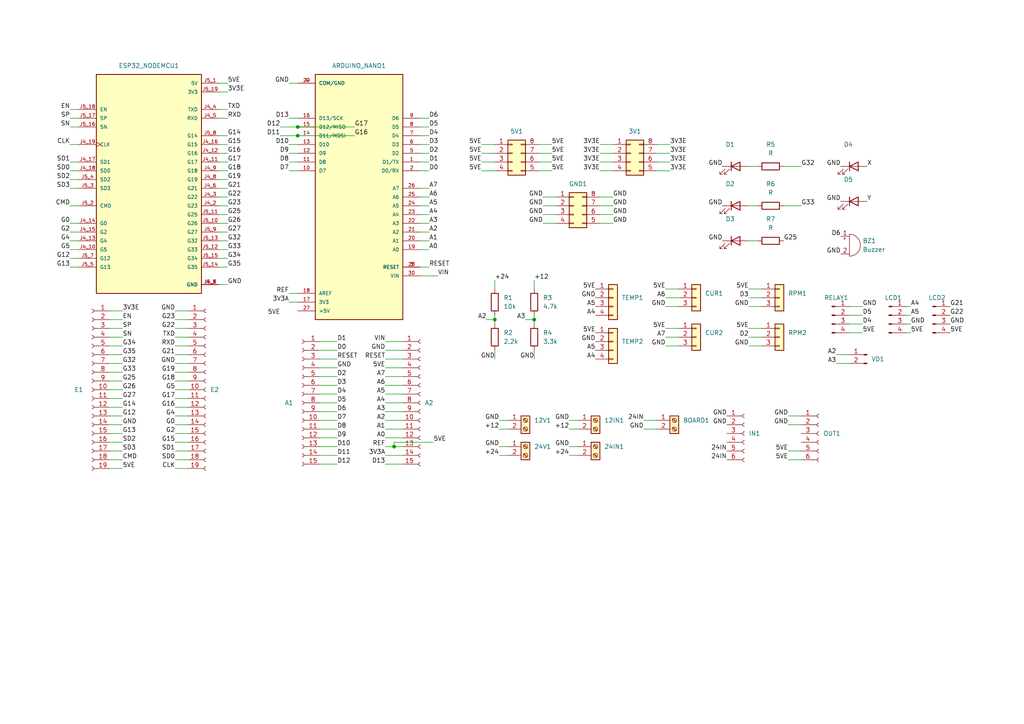
<source format=kicad_sch>
(kicad_sch (version 20211123) (generator eeschema)
  (paper "A4")
  (lib_symbols
    (symbol "ARDUINO_NANO:ARDUINO_NANO" (pin_names (offset 1.016))
      (property "Reference" "TB" (at -12.7 35.56 0))
      (property "Value" "ARDUINO_NANO" (at -12.7 -38.1 0))
      (symbol "ARDUINO_NANO_0_0"
        (pin bidirectional line (at -17.78 -10.16 0) (length 5.08) (name "D1/TX") (number "1"))
        (pin bidirectional line (at 17.78 -7.62 180) (length 5.08) (name "D7") (number "10"))
        (pin bidirectional line (at 17.78 -10.16 180) (length 5.08) (name "D8") (number "11"))
        (pin bidirectional line (at 17.78 -12.7 180) (length 5.08) (name "D9") (number "12"))
        (pin bidirectional line (at 17.78 -15.24 180) (length 5.08) (name "D10") (number "13"))
        (pin bidirectional line (at 17.78 -17.78 180) (length 5.08) (name "D11/MOSI") (number "14"))
        (pin bidirectional line (at 17.78 -20.32 180) (length 5.08) (name "D12/MISO") (number "15"))
        (pin bidirectional line (at 17.78 -22.86 180) (length 5.08) (name "D13/SCK") (number "16"))
        (pin power_in line (at 17.78 30.48 180) (length 5.08) (name "3V3") (number "17"))
        (pin power_in line (at 17.78 27.94 180) (length 5.08) (name "AREF") (number "18"))
        (pin input line (at -17.78 15.24 0) (length 5.08) (name "A0") (number "19"))
        (pin bidirectional line (at -17.78 -7.62 0) (length 5.08) (name "D0/RX") (number "2"))
        (pin input line (at -17.78 12.7 0) (length 5.08) (name "A1") (number "20"))
        (pin input line (at -17.78 10.16 0) (length 5.08) (name "A2") (number "21"))
        (pin input line (at -17.78 7.62 0) (length 5.08) (name "A3") (number "22"))
        (pin input line (at -17.78 5.08 0) (length 5.08) (name "A4") (number "23"))
        (pin input line (at -17.78 2.54 0) (length 5.08) (name "A5") (number "24"))
        (pin input line (at -17.78 0 0) (length 5.08) (name "A6") (number "25"))
        (pin input line (at -17.78 -2.54 0) (length 5.08) (name "A7") (number "26"))
        (pin power_in line (at 17.78 33.02 180) (length 5.08) (name "+5V") (number "27"))
        (pin input line (at -17.78 20.32 0) (length 5.08) (name "RESET") (number "28"))
        (pin power_in line (at 17.78 -33.02 180) (length 5.08) (name "COM/GND") (number "29"))
        (pin input line (at -17.78 20.32 0) (length 5.08) (name "RESET") (number "3"))
        (pin input line (at -17.78 22.86 0) (length 5.08) (name "VIN") (number "30"))
        (pin power_in line (at 17.78 -33.02 180) (length 5.08) (name "COM/GND") (number "4"))
        (pin bidirectional line (at -17.78 -12.7 0) (length 5.08) (name "D2") (number "5"))
        (pin bidirectional line (at -17.78 -15.24 0) (length 5.08) (name "D3") (number "6"))
        (pin bidirectional line (at -17.78 -17.78 0) (length 5.08) (name "D4") (number "7"))
        (pin bidirectional line (at -17.78 -20.32 0) (length 5.08) (name "D5") (number "8"))
        (pin bidirectional line (at -17.78 -22.86 0) (length 5.08) (name "D6") (number "9"))
      )
    )
    (symbol "Connector:Conn_01x02_Male" (pin_names (offset 1.016) hide)
      (property "Reference" "J" (at 0 2.54 0))
      (property "Value" "Conn_01x02_Male" (at 0 -5.08 0))
      (symbol "Conn_01x02_Male_1_1"
        (pin passive line (at 5.08 0 180) (length 3.81) (name "Pin_1") (number "1"))
        (pin passive line (at 5.08 -2.54 180) (length 3.81) (name "Pin_2") (number "2"))
      )
    )
    (symbol "Connector:Conn_01x04_Male" (pin_names (offset 1.016) hide)
      (property "Reference" "J" (at 0 5.08 0))
      (property "Value" "Conn_01x04_Male" (at 0 -7.62 0))
      (symbol "Conn_01x04_Male_1_1"
        (pin passive line (at 5.08 2.54 180) (length 3.81) (name "Pin_1") (number "1"))
        (pin passive line (at 5.08 0 180) (length 3.81) (name "Pin_2") (number "2"))
        (pin passive line (at 5.08 -2.54 180) (length 3.81) (name "Pin_3") (number "3"))
        (pin passive line (at 5.08 -5.08 180) (length 3.81) (name "Pin_4") (number "4"))
      )
    )
    (symbol "Connector:Conn_01x06_Female" (pin_names (offset 1.016) hide)
      (property "Reference" "J" (at 0 7.62 0))
      (property "Value" "Conn_01x06_Female" (at 0 -10.16 0))
      (symbol "Conn_01x06_Female_1_1"
        (pin passive line (at -5.08 5.08 0) (length 3.81) (name "Pin_1") (number "1"))
        (pin passive line (at -5.08 2.54 0) (length 3.81) (name "Pin_2") (number "2"))
        (pin passive line (at -5.08 0 0) (length 3.81) (name "Pin_3") (number "3"))
        (pin passive line (at -5.08 -2.54 0) (length 3.81) (name "Pin_4") (number "4"))
        (pin passive line (at -5.08 -5.08 0) (length 3.81) (name "Pin_5") (number "5"))
        (pin passive line (at -5.08 -7.62 0) (length 3.81) (name "Pin_6") (number "6"))
      )
    )
    (symbol "Connector:Conn_01x15_Female" (pin_names (offset 1.016) hide)
      (property "Reference" "J" (at 0 20.32 0))
      (property "Value" "Conn_01x15_Female" (at 0 -20.32 0))
      (symbol "Conn_01x15_Female_1_1"
        (pin passive line (at -5.08 17.78 0) (length 3.81) (name "Pin_1") (number "1"))
        (pin passive line (at -5.08 -5.08 0) (length 3.81) (name "Pin_10") (number "10"))
        (pin passive line (at -5.08 -7.62 0) (length 3.81) (name "Pin_11") (number "11"))
        (pin passive line (at -5.08 -10.16 0) (length 3.81) (name "Pin_12") (number "12"))
        (pin passive line (at -5.08 -12.7 0) (length 3.81) (name "Pin_13") (number "13"))
        (pin passive line (at -5.08 -15.24 0) (length 3.81) (name "Pin_14") (number "14"))
        (pin passive line (at -5.08 -17.78 0) (length 3.81) (name "Pin_15") (number "15"))
        (pin passive line (at -5.08 15.24 0) (length 3.81) (name "Pin_2") (number "2"))
        (pin passive line (at -5.08 12.7 0) (length 3.81) (name "Pin_3") (number "3"))
        (pin passive line (at -5.08 10.16 0) (length 3.81) (name "Pin_4") (number "4"))
        (pin passive line (at -5.08 7.62 0) (length 3.81) (name "Pin_5") (number "5"))
        (pin passive line (at -5.08 5.08 0) (length 3.81) (name "Pin_6") (number "6"))
        (pin passive line (at -5.08 2.54 0) (length 3.81) (name "Pin_7") (number "7"))
        (pin passive line (at -5.08 0 0) (length 3.81) (name "Pin_8") (number "8"))
        (pin passive line (at -5.08 -2.54 0) (length 3.81) (name "Pin_9") (number "9"))
      )
    )
    (symbol "Connector:Conn_01x19_Female" (pin_names (offset 1.016) hide)
      (property "Reference" "J" (at 0 25.4 0))
      (property "Value" "Conn_01x19_Female" (at 0 -25.4 0))
      (symbol "Conn_01x19_Female_1_1"
        (pin passive line (at -5.08 22.86 0) (length 3.81) (name "Pin_1") (number "1"))
        (pin passive line (at -5.08 0 0) (length 3.81) (name "Pin_10") (number "10"))
        (pin passive line (at -5.08 -2.54 0) (length 3.81) (name "Pin_11") (number "11"))
        (pin passive line (at -5.08 -5.08 0) (length 3.81) (name "Pin_12") (number "12"))
        (pin passive line (at -5.08 -7.62 0) (length 3.81) (name "Pin_13") (number "13"))
        (pin passive line (at -5.08 -10.16 0) (length 3.81) (name "Pin_14") (number "14"))
        (pin passive line (at -5.08 -12.7 0) (length 3.81) (name "Pin_15") (number "15"))
        (pin passive line (at -5.08 -15.24 0) (length 3.81) (name "Pin_16") (number "16"))
        (pin passive line (at -5.08 -17.78 0) (length 3.81) (name "Pin_17") (number "17"))
        (pin passive line (at -5.08 -20.32 0) (length 3.81) (name "Pin_18") (number "18"))
        (pin passive line (at -5.08 -22.86 0) (length 3.81) (name "Pin_19") (number "19"))
        (pin passive line (at -5.08 20.32 0) (length 3.81) (name "Pin_2") (number "2"))
        (pin passive line (at -5.08 17.78 0) (length 3.81) (name "Pin_3") (number "3"))
        (pin passive line (at -5.08 15.24 0) (length 3.81) (name "Pin_4") (number "4"))
        (pin passive line (at -5.08 12.7 0) (length 3.81) (name "Pin_5") (number "5"))
        (pin passive line (at -5.08 10.16 0) (length 3.81) (name "Pin_6") (number "6"))
        (pin passive line (at -5.08 7.62 0) (length 3.81) (name "Pin_7") (number "7"))
        (pin passive line (at -5.08 5.08 0) (length 3.81) (name "Pin_8") (number "8"))
        (pin passive line (at -5.08 2.54 0) (length 3.81) (name "Pin_9") (number "9"))
      )
    )
    (symbol "Connector:Screw_Terminal_01x02" (pin_names (offset 1.016) hide)
      (property "Reference" "J" (at 0 2.54 0))
      (property "Value" "Screw_Terminal_01x02" (at 0 -5.08 0))
      (symbol "Screw_Terminal_01x02_1_1"
        (pin passive line (at -5.08 0 0) (length 3.81) (name "Pin_1") (number "1"))
        (pin passive line (at -5.08 -2.54 0) (length 3.81) (name "Pin_2") (number "2"))
      )
    )
    (symbol "Connector_Generic:Conn_01x03" (pin_names (offset 1.016) hide)
      (property "Reference" "J" (at 0 5.08 0))
      (property "Value" "Conn_01x03" (at 0 -5.08 0))
      (symbol "Conn_01x03_1_1"
        (pin passive line (at -5.08 2.54 0) (length 3.81) (name "Pin_1") (number "1"))
        (pin passive line (at -5.08 0 0) (length 3.81) (name "Pin_2") (number "2"))
        (pin passive line (at -5.08 -2.54 0) (length 3.81) (name "Pin_3") (number "3"))
      )
    )
    (symbol "Connector_Generic:Conn_01x04" (pin_names (offset 1.016) hide)
      (property "Reference" "J" (at 0 5.08 0))
      (property "Value" "Conn_01x04" (at 0 -7.62 0))
      (symbol "Conn_01x04_1_1"
        (pin passive line (at -5.08 2.54 0) (length 3.81) (name "Pin_1") (number "1"))
        (pin passive line (at -5.08 0 0) (length 3.81) (name "Pin_2") (number "2"))
        (pin passive line (at -5.08 -2.54 0) (length 3.81) (name "Pin_3") (number "3"))
        (pin passive line (at -5.08 -5.08 0) (length 3.81) (name "Pin_4") (number "4"))
      )
    )
    (symbol "Connector_Generic:Conn_02x04_Counter_Clockwise" (pin_names (offset 1.016) hide)
      (property "Reference" "J" (at 1.27 5.08 0))
      (property "Value" "Conn_02x04_Counter_Clockwise" (at 1.27 -7.62 0))
      (symbol "Conn_02x04_Counter_Clockwise_1_1"
        (pin passive line (at -5.08 2.54 0) (length 3.81) (name "Pin_1") (number "1"))
        (pin passive line (at -5.08 0 0) (length 3.81) (name "Pin_2") (number "2"))
        (pin passive line (at -5.08 -2.54 0) (length 3.81) (name "Pin_3") (number "3"))
        (pin passive line (at -5.08 -5.08 0) (length 3.81) (name "Pin_4") (number "4"))
        (pin passive line (at 7.62 -5.08 180) (length 3.81) (name "Pin_5") (number "5"))
        (pin passive line (at 7.62 -2.54 180) (length 3.81) (name "Pin_6") (number "6"))
        (pin passive line (at 7.62 0 180) (length 3.81) (name "Pin_7") (number "7"))
        (pin passive line (at 7.62 2.54 180) (length 3.81) (name "Pin_8") (number "8"))
      )
    )
    (symbol "Device:Buzzer" (pin_names (offset 0.0254) hide)
      (property "Reference" "BZ" (at 3.81 1.27 0))
      (property "Value" "Buzzer" (at 3.81 -1.27 0))
      (symbol "Buzzer_1_1"
        (pin passive line (at -2.54 2.54 0) (length 2.54) (name "-") (number "1"))
        (pin passive line (at -2.54 -2.54 0) (length 2.54) (name "+") (number "2"))
      )
    )
    (symbol "Device:LED" (pin_numbers hide) (pin_names (offset 1.016) hide)
      (property "Reference" "D" (at 0 2.54 0))
      (property "Value" "LED" (at 0 -2.54 0))
      (symbol "LED_1_1"
        (pin passive line (at -3.81 0 0) (length 2.54) (name "K") (number "1"))
        (pin passive line (at 3.81 0 180) (length 2.54) (name "A") (number "2"))
      )
    )
    (symbol "Device:R" (pin_numbers hide) (pin_names (offset 0))
      (property "Reference" "R" (at 2.032 0 90))
      (property "Value" "R" (at 0 0 90))
      (symbol "R_1_1"
        (pin passive line (at 0 3.81 270) (length 1.27) (name "~") (number "1"))
        (pin passive line (at 0 -3.81 90) (length 1.27) (name "~") (number "2"))
      )
    )
    (symbol "ESP32_NODEMCU:ESP32_NODEMCU" (pin_names (offset 1.016))
      (property "Reference" "U" (at -15.24 31.242 0))
      (property "Value" "ESP32_NODEMCU" (at -15.24 -35.56 0))
      (symbol "ESP32_NODEMCU_0_0"
        (pin power_in line (at 20.32 -30.48 180) (length 5.08) (name "GND") (number "J4_1"))
        (pin bidirectional line (at -20.32 -20.32 0) (length 5.08) (name "G5") (number "J4_10"))
        (pin bidirectional line (at 20.32 5.08 180) (length 5.08) (name "G17") (number "J4_11"))
        (pin bidirectional line (at 20.32 7.62 180) (length 5.08) (name "G16") (number "J4_12"))
        (pin bidirectional line (at -20.32 -17.78 0) (length 5.08) (name "G4") (number "J4_13"))
        (pin bidirectional line (at -20.32 -12.7 0) (length 5.08) (name "G0") (number "J4_14"))
        (pin bidirectional line (at -20.32 -15.24 0) (length 5.08) (name "G2") (number "J4_15"))
        (pin bidirectional line (at 20.32 10.16 180) (length 5.08) (name "G15") (number "J4_16"))
        (pin bidirectional line (at -20.32 5.08 0) (length 5.08) (name "SD1") (number "J4_17"))
        (pin bidirectional line (at -20.32 2.54 0) (length 5.08) (name "SD0") (number "J4_18"))
        (pin input clock (at -20.32 10.16 0) (length 5.08) (name "CLK") (number "J4_19"))
        (pin bidirectional line (at 20.32 -7.62 180) (length 5.08) (name "G23") (number "J4_2"))
        (pin bidirectional line (at 20.32 -5.08 180) (length 5.08) (name "G22") (number "J4_3"))
        (pin output line (at 20.32 20.32 180) (length 5.08) (name "TXD") (number "J4_4"))
        (pin input line (at 20.32 17.78 180) (length 5.08) (name "RXD") (number "J4_5"))
        (pin bidirectional line (at 20.32 -2.54 180) (length 5.08) (name "G21") (number "J4_6"))
        (pin power_in line (at 20.32 -30.48 180) (length 5.08) (name "GND") (number "J4_7"))
        (pin bidirectional line (at 20.32 0 180) (length 5.08) (name "G19") (number "J4_8"))
        (pin bidirectional line (at 20.32 2.54 180) (length 5.08) (name "G18") (number "J4_9"))
        (pin power_in line (at 20.32 27.94 180) (length 5.08) (name "5V") (number "J5_1"))
        (pin bidirectional line (at 20.32 -12.7 180) (length 5.08) (name "G26") (number "J5_10"))
        (pin bidirectional line (at 20.32 -10.16 180) (length 5.08) (name "G25") (number "J5_11"))
        (pin bidirectional line (at 20.32 -20.32 180) (length 5.08) (name "G33") (number "J5_12"))
        (pin bidirectional line (at 20.32 -17.78 180) (length 5.08) (name "G32") (number "J5_13"))
        (pin bidirectional line (at 20.32 -25.4 180) (length 5.08) (name "G35") (number "J5_14"))
        (pin bidirectional line (at 20.32 -22.86 180) (length 5.08) (name "G34") (number "J5_15"))
        (pin input line (at -20.32 15.24 0) (length 5.08) (name "SN") (number "J5_16"))
        (pin input line (at -20.32 17.78 0) (length 5.08) (name "SP") (number "J5_17"))
        (pin input line (at -20.32 20.32 0) (length 5.08) (name "EN") (number "J5_18"))
        (pin power_in line (at 20.32 25.4 180) (length 5.08) (name "3V3") (number "J5_19"))
        (pin bidirectional line (at -20.32 -7.62 0) (length 5.08) (name "CMD") (number "J5_2"))
        (pin bidirectional line (at -20.32 -2.54 0) (length 5.08) (name "SD3") (number "J5_3"))
        (pin bidirectional line (at -20.32 0 0) (length 5.08) (name "SD2") (number "J5_4"))
        (pin bidirectional line (at -20.32 -25.4 0) (length 5.08) (name "G13") (number "J5_5"))
        (pin power_in line (at 20.32 -30.48 180) (length 5.08) (name "GND") (number "J5_6"))
        (pin bidirectional line (at -20.32 -22.86 0) (length 5.08) (name "G12") (number "J5_7"))
        (pin bidirectional line (at 20.32 12.7 180) (length 5.08) (name "G14") (number "J5_8"))
        (pin bidirectional line (at 20.32 -15.24 180) (length 5.08) (name "G27") (number "J5_9"))
      )
    )
  )
  (junction (at 86.36 36.83))
  (junction (at 114.3 129.54))
  (junction (at 154.94 92.71))
  (junction (at 86.36 39.37))
  (junction (at 143.51 92.71))
  (wire (pts (xy 143.51 104.14) (xy 143.51 101.6)))
  (wire (pts (xy 35.56 128.27) (xy 31.75 128.27)))
  (wire (pts (xy 193.04 97.79) (xy 196.85 97.79)))
  (wire (pts (xy 194.31 44.45) (xy 190.5 44.45)))
  (wire (pts (xy 186.69 124.46) (xy 190.5 124.46)))
  (wire (pts (xy 217.17 100.33) (xy 220.98 100.33)))
  (wire (pts (xy 139.7 44.45) (xy 143.51 44.45)))
  (wire (pts (xy 173.99 46.99) (xy 177.8 46.99)))
  (wire (pts (xy 160.02 41.91) (xy 156.21 41.91)))
  (wire (pts (xy 20.32 36.83) (xy 22.86 36.83)))
  (wire (pts (xy 35.56 97.79) (xy 31.75 97.79)))
  (wire (pts (xy 50.8 123.19) (xy 54.61 123.19)))
  (wire (pts (xy 20.32 69.85) (xy 22.86 69.85)))
  (wire (pts (xy 66.04 62.23) (xy 63.5 62.23)))
  (wire (pts (xy 177.8 64.77) (xy 173.99 64.77)))
  (wire (pts (xy 124.46 57.15) (xy 121.92 57.15)))
  (wire (pts (xy 165.1 121.92) (xy 167.64 121.92)))
  (wire (pts (xy 83.82 41.91) (xy 86.36 41.91)))
  (wire (pts (xy 143.51 81.28) (xy 143.51 83.82)))
  (wire (pts (xy 35.56 133.35) (xy 31.75 133.35)))
  (wire (pts (xy 20.32 34.29) (xy 22.86 34.29)))
  (wire (pts (xy 217.17 95.25) (xy 220.98 95.25)))
  (wire (pts (xy 124.46 54.61) (xy 121.92 54.61)))
  (wire (pts (xy 50.8 90.17) (xy 54.61 90.17)))
  (wire (pts (xy 144.78 124.46) (xy 147.32 124.46)))
  (wire (pts (xy 66.04 69.85) (xy 63.5 69.85)))
  (wire (pts (xy 157.48 57.15) (xy 161.29 57.15)))
  (wire (pts (xy 116.84 116.84) (xy 111.76 116.84)))
  (wire (pts (xy 83.82 87.63) (xy 86.36 87.63)))
  (wire (pts (xy 165.1 132.08) (xy 167.64 132.08)))
  (wire (pts (xy 114.3 128.27) (xy 114.3 129.54)))
  (wire (pts (xy 97.79 124.46) (xy 92.71 124.46)))
  (wire (pts (xy 193.04 100.33) (xy 196.85 100.33)))
  (wire (pts (xy 35.56 120.65) (xy 31.75 120.65)))
  (wire (pts (xy 83.82 85.09) (xy 86.36 85.09)))
  (wire (pts (xy 35.56 105.41) (xy 31.75 105.41)))
  (wire (pts (xy 66.04 74.93) (xy 63.5 74.93)))
  (wire (pts (xy 177.8 62.23) (xy 173.99 62.23)))
  (wire (pts (xy 66.04 64.77) (xy 63.5 64.77)))
  (wire (pts (xy 250.19 96.52) (xy 246.38 96.52)))
  (wire (pts (xy 50.8 92.71) (xy 54.61 92.71)))
  (wire (pts (xy 50.8 95.25) (xy 54.61 95.25)))
  (wire (pts (xy 125.73 128.27) (xy 114.3 128.27)))
  (wire (pts (xy 160.02 46.99) (xy 156.21 46.99)))
  (wire (pts (xy 20.32 52.07) (xy 22.86 52.07)))
  (wire (pts (xy 97.79 111.76) (xy 92.71 111.76)))
  (wire (pts (xy 35.56 107.95) (xy 31.75 107.95)))
  (wire (pts (xy 124.46 34.29) (xy 121.92 34.29)))
  (wire (pts (xy 193.04 83.82) (xy 196.85 83.82)))
  (wire (pts (xy 116.84 114.3) (xy 111.76 114.3)))
  (wire (pts (xy 83.82 46.99) (xy 86.36 46.99)))
  (wire (pts (xy 50.8 133.35) (xy 54.61 133.35)))
  (wire (pts (xy 81.28 36.83) (xy 86.36 36.83)))
  (wire (pts (xy 20.32 54.61) (xy 22.86 54.61)))
  (wire (pts (xy 97.79 127) (xy 92.71 127)))
  (wire (pts (xy 66.04 57.15) (xy 63.5 57.15)))
  (wire (pts (xy 35.56 125.73) (xy 31.75 125.73)))
  (wire (pts (xy 232.41 48.26) (xy 227.33 48.26)))
  (wire (pts (xy 124.46 39.37) (xy 121.92 39.37)))
  (wire (pts (xy 66.04 49.53) (xy 63.5 49.53)))
  (wire (pts (xy 157.48 62.23) (xy 161.29 62.23)))
  (wire (pts (xy 97.79 109.22) (xy 92.71 109.22)))
  (wire (pts (xy 50.8 130.81) (xy 54.61 130.81)))
  (wire (pts (xy 242.57 102.87) (xy 246.38 102.87)))
  (wire (pts (xy 50.8 107.95) (xy 54.61 107.95)))
  (wire (pts (xy 228.6 133.35) (xy 232.41 133.35)))
  (wire (pts (xy 139.7 41.91) (xy 143.51 41.91)))
  (wire (pts (xy 66.04 54.61) (xy 63.5 54.61)))
  (wire (pts (xy 157.48 59.69) (xy 161.29 59.69)))
  (wire (pts (xy 35.56 92.71) (xy 31.75 92.71)))
  (wire (pts (xy 66.04 31.75) (xy 63.5 31.75)))
  (wire (pts (xy 127 80.01) (xy 121.92 80.01)))
  (wire (pts (xy 152.4 92.71) (xy 154.94 92.71)))
  (wire (pts (xy 124.46 62.23) (xy 121.92 62.23)))
  (wire (pts (xy 111.76 99.06) (xy 116.84 99.06)))
  (wire (pts (xy 116.84 124.46) (xy 111.76 124.46)))
  (wire (pts (xy 50.8 102.87) (xy 54.61 102.87)))
  (wire (pts (xy 194.31 46.99) (xy 190.5 46.99)))
  (wire (pts (xy 124.46 64.77) (xy 121.92 64.77)))
  (wire (pts (xy 194.31 41.91) (xy 190.5 41.91)))
  (wire (pts (xy 144.78 132.08) (xy 147.32 132.08)))
  (wire (pts (xy 97.79 116.84) (xy 92.71 116.84)))
  (wire (pts (xy 66.04 46.99) (xy 63.5 46.99)))
  (wire (pts (xy 154.94 92.71) (xy 154.94 93.98)))
  (wire (pts (xy 86.36 39.37) (xy 102.87 39.37)))
  (wire (pts (xy 193.04 88.9) (xy 196.85 88.9)))
  (wire (pts (xy 173.99 44.45) (xy 177.8 44.45)))
  (wire (pts (xy 50.8 115.57) (xy 54.61 115.57)))
  (wire (pts (xy 66.04 82.55) (xy 63.5 82.55)))
  (wire (pts (xy 124.46 44.45) (xy 121.92 44.45)))
  (wire (pts (xy 35.56 95.25) (xy 31.75 95.25)))
  (wire (pts (xy 157.48 64.77) (xy 161.29 64.77)))
  (wire (pts (xy 66.04 26.67) (xy 63.5 26.67)))
  (wire (pts (xy 186.69 121.92) (xy 190.5 121.92)))
  (wire (pts (xy 116.84 104.14) (xy 111.76 104.14)))
  (wire (pts (xy 124.46 46.99) (xy 121.92 46.99)))
  (wire (pts (xy 81.28 39.37) (xy 86.36 39.37)))
  (wire (pts (xy 124.46 41.91) (xy 121.92 41.91)))
  (wire (pts (xy 264.16 91.44) (xy 262.89 91.44)))
  (wire (pts (xy 111.76 106.68) (xy 116.84 106.68)))
  (wire (pts (xy 165.1 124.46) (xy 167.64 124.46)))
  (wire (pts (xy 20.32 46.99) (xy 22.86 46.99)))
  (wire (pts (xy 20.32 74.93) (xy 22.86 74.93)))
  (wire (pts (xy 66.04 67.31) (xy 63.5 67.31)))
  (wire (pts (xy 20.32 31.75) (xy 22.86 31.75)))
  (wire (pts (xy 194.31 49.53) (xy 190.5 49.53)))
  (wire (pts (xy 35.56 118.11) (xy 31.75 118.11)))
  (wire (pts (xy 116.84 119.38) (xy 111.76 119.38)))
  (wire (pts (xy 35.56 130.81) (xy 31.75 130.81)))
  (wire (pts (xy 50.8 97.79) (xy 54.61 97.79)))
  (wire (pts (xy 177.8 57.15) (xy 173.99 57.15)))
  (wire (pts (xy 124.46 49.53) (xy 121.92 49.53)))
  (wire (pts (xy 97.79 99.06) (xy 92.71 99.06)))
  (wire (pts (xy 116.84 101.6) (xy 111.76 101.6)))
  (wire (pts (xy 264.16 96.52) (xy 262.89 96.52)))
  (wire (pts (xy 35.56 110.49) (xy 31.75 110.49)))
  (wire (pts (xy 20.32 49.53) (xy 22.86 49.53)))
  (wire (pts (xy 160.02 49.53) (xy 156.21 49.53)))
  (wire (pts (xy 250.19 91.44) (xy 246.38 91.44)))
  (wire (pts (xy 35.56 100.33) (xy 31.75 100.33)))
  (wire (pts (xy 20.32 77.47) (xy 22.86 77.47)))
  (wire (pts (xy 116.84 132.08) (xy 111.76 132.08)))
  (wire (pts (xy 154.94 104.14) (xy 154.94 101.6)))
  (wire (pts (xy 20.32 41.91) (xy 22.86 41.91)))
  (wire (pts (xy 116.84 111.76) (xy 111.76 111.76)))
  (wire (pts (xy 35.56 90.17) (xy 31.75 90.17)))
  (wire (pts (xy 250.19 93.98) (xy 246.38 93.98)))
  (wire (pts (xy 144.78 121.92) (xy 147.32 121.92)))
  (wire (pts (xy 66.04 72.39) (xy 63.5 72.39)))
  (wire (pts (xy 66.04 34.29) (xy 63.5 34.29)))
  (wire (pts (xy 140.97 92.71) (xy 143.51 92.71)))
  (wire (pts (xy 50.8 100.33) (xy 54.61 100.33)))
  (wire (pts (xy 50.8 135.89) (xy 54.61 135.89)))
  (wire (pts (xy 111.76 129.54) (xy 114.3 129.54)))
  (wire (pts (xy 264.16 88.9) (xy 262.89 88.9)))
  (wire (pts (xy 193.04 86.36) (xy 196.85 86.36)))
  (wire (pts (xy 217.17 83.82) (xy 220.98 83.82)))
  (wire (pts (xy 139.7 46.99) (xy 143.51 46.99)))
  (wire (pts (xy 20.32 64.77) (xy 22.86 64.77)))
  (wire (pts (xy 97.79 104.14) (xy 92.71 104.14)))
  (wire (pts (xy 50.8 120.65) (xy 54.61 120.65)))
  (wire (pts (xy 217.17 69.85) (xy 219.71 69.85)))
  (wire (pts (xy 116.84 134.62) (xy 111.76 134.62)))
  (wire (pts (xy 97.79 121.92) (xy 92.71 121.92)))
  (wire (pts (xy 173.99 49.53) (xy 177.8 49.53)))
  (wire (pts (xy 66.04 59.69) (xy 63.5 59.69)))
  (wire (pts (xy 124.46 69.85) (xy 121.92 69.85)))
  (wire (pts (xy 50.8 125.73) (xy 54.61 125.73)))
  (wire (pts (xy 66.04 77.47) (xy 63.5 77.47)))
  (wire (pts (xy 50.8 110.49) (xy 54.61 110.49)))
  (wire (pts (xy 66.04 52.07) (xy 63.5 52.07)))
  (wire (pts (xy 97.79 134.62) (xy 92.71 134.62)))
  (wire (pts (xy 124.46 72.39) (xy 121.92 72.39)))
  (wire (pts (xy 50.8 118.11) (xy 54.61 118.11)))
  (wire (pts (xy 143.51 91.44) (xy 143.51 92.71)))
  (wire (pts (xy 228.6 130.81) (xy 232.41 130.81)))
  (wire (pts (xy 20.32 67.31) (xy 22.86 67.31)))
  (wire (pts (xy 83.82 49.53) (xy 86.36 49.53)))
  (wire (pts (xy 83.82 34.29) (xy 86.36 34.29)))
  (wire (pts (xy 160.02 44.45) (xy 156.21 44.45)))
  (wire (pts (xy 116.84 121.92) (xy 111.76 121.92)))
  (wire (pts (xy 20.32 72.39) (xy 22.86 72.39)))
  (wire (pts (xy 250.19 88.9) (xy 246.38 88.9)))
  (wire (pts (xy 124.46 36.83) (xy 121.92 36.83)))
  (wire (pts (xy 97.79 132.08) (xy 92.71 132.08)))
  (wire (pts (xy 217.17 88.9) (xy 220.98 88.9)))
  (wire (pts (xy 173.99 41.91) (xy 177.8 41.91)))
  (wire (pts (xy 35.56 102.87) (xy 31.75 102.87)))
  (wire (pts (xy 193.04 95.25) (xy 196.85 95.25)))
  (wire (pts (xy 143.51 92.71) (xy 143.51 93.98)))
  (wire (pts (xy 50.8 105.41) (xy 54.61 105.41)))
  (wire (pts (xy 35.56 135.89) (xy 31.75 135.89)))
  (wire (pts (xy 228.6 123.19) (xy 232.41 123.19)))
  (wire (pts (xy 264.16 93.98) (xy 262.89 93.98)))
  (wire (pts (xy 97.79 119.38) (xy 92.71 119.38)))
  (wire (pts (xy 86.36 36.83) (xy 102.87 36.83)))
  (wire (pts (xy 66.04 24.13) (xy 63.5 24.13)))
  (wire (pts (xy 217.17 59.69) (xy 219.71 59.69)))
  (wire (pts (xy 114.3 129.54) (xy 116.84 129.54)))
  (wire (pts (xy 35.56 115.57) (xy 31.75 115.57)))
  (wire (pts (xy 97.79 106.68) (xy 92.71 106.68)))
  (wire (pts (xy 217.17 86.36) (xy 220.98 86.36)))
  (wire (pts (xy 232.41 59.69) (xy 227.33 59.69)))
  (wire (pts (xy 50.8 128.27) (xy 54.61 128.27)))
  (wire (pts (xy 66.04 44.45) (xy 63.5 44.45)))
  (wire (pts (xy 177.8 59.69) (xy 173.99 59.69)))
  (wire (pts (xy 66.04 39.37) (xy 63.5 39.37)))
  (wire (pts (xy 50.8 113.03) (xy 54.61 113.03)))
  (wire (pts (xy 124.46 67.31) (xy 121.92 67.31)))
  (wire (pts (xy 116.84 109.22) (xy 111.76 109.22)))
  (wire (pts (xy 20.32 59.69) (xy 22.86 59.69)))
  (wire (pts (xy 97.79 114.3) (xy 92.71 114.3)))
  (wire (pts (xy 35.56 113.03) (xy 31.75 113.03)))
  (wire (pts (xy 35.56 123.19) (xy 31.75 123.19)))
  (wire (pts (xy 217.17 97.79) (xy 220.98 97.79)))
  (wire (pts (xy 124.46 77.47) (xy 121.92 77.47)))
  (wire (pts (xy 217.17 48.26) (xy 219.71 48.26)))
  (wire (pts (xy 124.46 59.69) (xy 121.92 59.69)))
  (wire (pts (xy 144.78 129.54) (xy 147.32 129.54)))
  (wire (pts (xy 66.04 41.91) (xy 63.5 41.91)))
  (wire (pts (xy 242.57 105.41) (xy 246.38 105.41)))
  (wire (pts (xy 228.6 120.65) (xy 232.41 120.65)))
  (wire (pts (xy 154.94 91.44) (xy 154.94 92.71)))
  (wire (pts (xy 83.82 44.45) (xy 86.36 44.45)))
  (wire (pts (xy 116.84 127) (xy 111.76 127)))
  (wire (pts (xy 83.82 24.13) (xy 86.36 24.13)))
  (wire (pts (xy 154.94 81.28) (xy 154.94 83.82)))
  (wire (pts (xy 97.79 129.54) (xy 92.71 129.54)))
  (wire (pts (xy 97.79 101.6) (xy 92.71 101.6)))
  (wire (pts (xy 139.7 49.53) (xy 143.51 49.53)))
  (wire (pts (xy 165.1 129.54) (xy 167.64 129.54)))
  (label "GND" (at 157.48 64.77 180))
  (label "G34" (at 66.04 74.93 0))
  (label "EN" (at 20.32 31.75 180))
  (label "3V3E" (at 194.31 44.45 0))
  (label "A3" (at 242.57 105.41 180))
  (label "G12" (at 20.32 74.93 180))
  (label "GND" (at 264.16 93.98 0))
  (label "A0" (at 124.46 72.39 0))
  (label "A5" (at 264.16 91.44 0))
  (label "A7" (at 193.04 97.79 180))
  (label "A4" (at 172.72 91.44 180))
  (label "SD3" (at 20.32 54.61 180))
  (label "G21" (at 275.59 88.9 0))
  (label "GND" (at 172.72 86.36 180))
  (label "RESET" (at 124.46 77.47 0))
  (label "GND" (at 177.8 57.15 0))
  (label "GND" (at 209.55 48.26 180))
  (label "G15" (at 66.04 41.91 0))
  (label "GND" (at 66.04 82.55 0))
  (label "5VE" (at 264.16 96.52 0))
  (label "3V3E" (at 194.31 49.53 0))
  (label "+12" (at 165.1 124.46 180))
  (label "5VE" (at 193.04 95.25 180))
  (label "GND" (at 50.8 90.17 180))
  (label "GND" (at 35.56 123.19 0))
  (label "A6" (at 124.46 57.15 0))
  (label "5VE" (at 250.19 96.52 0))
  (label "A0" (at 111.76 127 180))
  (label "GND" (at 172.72 99.06 180))
  (label "A5" (at 172.72 101.6 180))
  (label "D13" (at 83.82 34.29 180))
  (label "3V3E" (at 194.31 41.91 0))
  (label "GND" (at 83.82 24.13 180))
  (label "GND" (at 143.51 104.14 180))
  (label "A4" (at 124.46 62.23 0))
  (label "SP" (at 20.32 34.29 180))
  (label "5VE" (at 160.02 44.45 0))
  (label "D13" (at 111.76 134.62 180))
  (label "G16" (at 50.8 118.11 180))
  (label "D8" (at 97.79 124.46 0))
  (label "D7" (at 97.79 121.92 0))
  (label "G33" (at 66.04 72.39 0))
  (label "G25" (at 66.04 62.23 0))
  (label "RESET" (at 111.76 104.14 180))
  (label "5VE" (at 172.72 96.52 180))
  (label "A5" (at 172.72 88.9 180))
  (label "A2" (at 242.57 102.87 180))
  (label "A5" (at 111.76 114.3 180))
  (label "GND" (at 144.78 129.54 180))
  (label "GND" (at 193.04 100.33 180))
  (label "CMD" (at 20.32 59.69 180))
  (label "G16" (at 66.04 44.45 0))
  (label "G5" (at 50.8 113.03 180))
  (label "A1" (at 111.76 124.46 180))
  (label "G18" (at 50.8 110.49 180))
  (label "D12" (at 81.28 36.83 180))
  (label "5VE" (at 111.76 106.68 180))
  (label "5VE" (at 160.02 49.53 0))
  (label "D9" (at 97.79 127 0))
  (label "GND" (at 243.84 48.26 180))
  (label "D2" (at 217.17 97.79 180))
  (label "3V3E" (at 173.99 49.53 180))
  (label "5VE" (at 139.7 46.99 180))
  (label "G22" (at 66.04 57.15 0))
  (label "GND" (at 186.69 124.46 180))
  (label "SN" (at 35.56 97.79 0))
  (label "+24" (at 144.78 132.08 180))
  (label "G33" (at 232.41 59.69 0))
  (label "D4" (at 124.46 39.37 0))
  (label "G14" (at 66.04 39.37 0))
  (label "24IN" (at 210.82 133.35 180))
  (label "A2" (at 111.76 121.92 180))
  (label "GND" (at 210.82 120.65 180))
  (label "+12" (at 144.78 124.46 180))
  (label "A5" (at 124.46 59.69 0))
  (label "SD1" (at 20.32 46.99 180))
  (label "VIN" (at 127 80.01 0))
  (label "5VE" (at 125.73 128.27 0))
  (label "A6" (at 193.04 86.36 180))
  (label "GND" (at 177.8 59.69 0))
  (label "+12" (at 154.94 81.28 0))
  (label "GND" (at 165.1 121.92 180))
  (label "GND" (at 275.59 93.98 0))
  (label "A4" (at 264.16 88.9 0))
  (label "5VE" (at 228.6 130.81 180))
  (label "D12" (at 97.79 134.62 0))
  (label "G5" (at 20.32 72.39 180))
  (label "EN" (at 35.56 92.71 0))
  (label "G22" (at 275.59 91.44 0))
  (label "G0" (at 20.32 64.77 180))
  (label "D0" (at 124.46 49.53 0))
  (label "D1" (at 97.79 99.06 0))
  (label "RXD" (at 66.04 34.29 0))
  (label "24IN" (at 186.69 121.92 180))
  (label "GND" (at 97.79 106.68 0))
  (label "CLK" (at 50.8 135.89 180))
  (label "GND" (at 193.04 88.9 180))
  (label "G32" (at 35.56 105.41 0))
  (label "G32" (at 66.04 69.85 0))
  (label "5VE" (at 35.56 135.89 0))
  (label "GND" (at 243.84 73.66 180))
  (label "GND" (at 165.1 129.54 180))
  (label "D4" (at 97.79 114.3 0))
  (label "3V3A" (at 83.82 87.63 180))
  (label "D6" (at 97.79 119.38 0))
  (label "SD2" (at 20.32 52.07 180))
  (label "G18" (at 66.04 49.53 0))
  (label "G25" (at 227.33 69.85 0))
  (label "D2" (at 124.46 44.45 0))
  (label "A1" (at 124.46 69.85 0))
  (label "D11" (at 81.28 39.37 180))
  (label "G26" (at 35.56 113.03 0))
  (label "3V3A" (at 111.76 132.08 180))
  (label "G19" (at 50.8 107.95 180))
  (label "5VE" (at 139.7 41.91 180))
  (label "G22" (at 50.8 95.25 180))
  (label "G17" (at 102.87 36.83 0))
  (label "GND" (at 50.8 105.41 180))
  (label "TXD" (at 66.04 31.75 0))
  (label "D1" (at 124.46 46.99 0))
  (label "GND" (at 157.48 59.69 180))
  (label "5VE" (at 228.6 133.35 180))
  (label "GND" (at 217.17 100.33 180))
  (label "GND" (at 217.17 88.9 180))
  (label "5VE" (at 81.28 91.44 180))
  (label "5VE" (at 139.7 49.53 180))
  (label "3V3E" (at 173.99 44.45 180))
  (label "G33" (at 35.56 107.95 0))
  (label "A7" (at 111.76 109.22 180))
  (label "GND" (at 157.48 62.23 180))
  (label "GND" (at 154.94 104.14 180))
  (label "GND" (at 228.6 123.19 180))
  (label "3V3E" (at 35.56 90.17 0))
  (label "G21" (at 66.04 54.61 0))
  (label "D8" (at 83.82 46.99 180))
  (label "5VE" (at 172.72 83.82 180))
  (label "5VE" (at 217.17 95.25 180))
  (label "5VE" (at 66.04 24.13 0))
  (label "A6" (at 111.76 111.76 180))
  (label "5VE" (at 160.02 46.99 0))
  (label "GND" (at 250.19 88.9 0))
  (label "A3" (at 111.76 119.38 180))
  (label "GND" (at 228.6 120.65 180))
  (label "3V3E" (at 194.31 46.99 0))
  (label "D6" (at 243.84 68.58 180))
  (label "G35" (at 66.04 77.47 0))
  (label "A4" (at 111.76 116.84 180))
  (label "D11" (at 97.79 132.08 0))
  (label "G19" (at 66.04 52.07 0))
  (label "GND" (at 177.8 62.23 0))
  (label "A2" (at 124.46 67.31 0))
  (label "D2" (at 97.79 109.22 0))
  (label "G13" (at 20.32 77.47 180))
  (label "5VE" (at 139.7 44.45 180))
  (label "3V3E" (at 173.99 46.99 180))
  (label "G27" (at 35.56 115.57 0))
  (label "G26" (at 66.04 64.77 0))
  (label "G15" (at 50.8 128.27 180))
  (label "D3" (at 217.17 86.36 180))
  (label "G16" (at 102.87 39.37 0))
  (label "GND" (at 177.8 64.77 0))
  (label "D0" (at 97.79 101.6 0))
  (label "G12" (at 35.56 120.65 0))
  (label "D10" (at 83.82 41.91 180))
  (label "G27" (at 66.04 67.31 0))
  (label "D7" (at 83.82 49.53 180))
  (label "SD3" (at 35.56 130.81 0))
  (label "D3" (at 97.79 111.76 0))
  (label "D9" (at 83.82 44.45 180))
  (label "REF" (at 111.76 129.54 180))
  (label "G14" (at 35.56 118.11 0))
  (label "SD0" (at 50.8 133.35 180))
  (label "A3" (at 152.4 92.71 180))
  (label "D5" (at 250.19 91.44 0))
  (label "GND" (at 111.76 101.6 180))
  (label "REF" (at 83.82 85.09 180))
  (label "GND" (at 209.55 69.85 180))
  (label "CMD" (at 35.56 133.35 0))
  (label "G2" (at 50.8 125.73 180))
  (label "G13" (at 35.56 125.73 0))
  (label "G4" (at 50.8 120.65 180))
  (label "SD2" (at 35.56 128.27 0))
  (label "D6" (at 124.46 34.29 0))
  (label "X" (at 251.46 48.26 0))
  (label "5VE" (at 193.04 83.82 180))
  (label "RXD" (at 50.8 100.33 180))
  (label "3V3E" (at 66.04 26.67 0))
  (label "GND" (at 209.55 59.69 180))
  (label "D5" (at 97.79 116.84 0))
  (label "GND" (at 243.84 58.42 180))
  (label "SN" (at 20.32 36.83 180))
  (label "RESET" (at 97.79 104.14 0))
  (label "VIN" (at 111.76 99.06 180))
  (label "G35" (at 35.56 102.87 0))
  (label "24IN" (at 210.82 130.81 180))
  (label "3V3E" (at 173.99 41.91 180))
  (label "A3" (at 124.46 64.77 0))
  (label "G32" (at 232.41 48.26 0))
  (label "SD1" (at 50.8 130.81 180))
  (label "D3" (at 124.46 41.91 0))
  (label "A2" (at 141.1128 92.71 180))
  (label "G23" (at 50.8 92.71 180))
  (label "G21" (at 50.8 102.87 180))
  (label "D4" (at 250.19 93.98 0))
  (label "D10" (at 97.79 129.54 0))
  (label "5VE" (at 275.59 96.52 0))
  (label "CLK" (at 20.32 41.91 180))
  (label "SD0" (at 20.32 49.53 180))
  (label "Y" (at 251.46 58.42 0))
  (label "G23" (at 66.04 59.69 0))
  (label "G0" (at 50.8 123.19 180))
  (label "GND" (at 210.82 123.19 180))
  (label "GND" (at 157.48 57.15 180))
  (label "+24" (at 143.51 81.28 0))
  (label "G17" (at 50.8 115.57 180))
  (label "SP" (at 35.56 95.25 0))
  (label "+24" (at 165.1 132.08 180))
  (label "A4" (at 172.72 104.14 180))
  (label "GND" (at 144.78 121.92 180))
  (label "G4" (at 20.32 69.85 180))
  (label "G2" (at 20.32 67.31 180))
  (label "5VE" (at 217.17 83.82 180))
  (label "G25" (at 35.56 110.49 0))
  (label "A7" (at 124.46 54.61 0))
  (label "TXD" (at 50.8 97.79 180))
  (label "G34" (at 35.56 100.33 0))
  (label "5VE" (at 160.02 41.91 0))
  (label "G17" (at 66.04 46.99 0))
  (label "D5" (at 124.46 36.83 0))
  (symbol (lib_id "Connector:Screw_Terminal_01x02") (at 152.4 121.92 0) (unit 1)
    (property "Reference" "12V1" (at 154.94 121.9199 0) (effects (justify left)))
    (property "Value" " " (at 154.94 124.4599 0) (effects (justify left)))
    (property "Footprint" "KF7:KF7.62_2P" (effects hide))
  )
  (symbol (lib_id "Connector_Generic:Conn_01x03") (at 226.06 86.36 0) (unit 1)
    (property "Reference" "RPM1" (at 228.6 85.0899 0) (effects (justify left)))
    (property "Value" " " (at 228.6 87.6299 0) (effects (justify left)))
    (property "Footprint" "Connector_JST:JST_XH_B3B-XH-A_1x03_P2.50mm_Vertical" (effects hide))
  )
  (symbol (lib_id "Connector:Conn_01x04_Male") (at 257.81 91.44 0) (unit 1)
    (property "Reference" "LCD1" (at 259.08 86.36 0))
    (property "Value" " " (at 258.445 86.36 0))
    (property "Footprint" "Connector_PinHeader_2.54mm:PinHeader_1x04_P2.54mm_Vertical" (effects hide))
  )
  (symbol (lib_id "Connector:Conn_01x04_Male") (at 270.51 91.44 0) (unit 1)
    (property "Reference" "LCD2" (at 271.78 86.36 0))
    (property "Value" " " (at 271.145 86.36 0))
    (property "Footprint" "Connector_PinHeader_2.54mm:PinHeader_1x04_P2.54mm_Vertical" (effects hide))
  )
  (symbol (lib_id "Device:R") (at 143.51 97.79 0) (unit 1)
    (property "Reference" "R2" (at 146.05 96.5199 0) (effects (justify left)))
    (property "Value" "2.2k" (at 146.05 99.0599 0) (effects (justify left)))
    (property "Footprint" "Resistor_THT:R_Axial_DIN0207_L6.3mm_D2.5mm_P7.62mm_Horizontal" (effects hide))
  )
  (symbol (lib_id "Device:LED") (at 213.36 48.26 0) (unit 1)
    (property "Reference" "D1" (at 211.7725 41.91 0))
    (property "Value" " " (at 211.7725 44.45 0))
    (property "Footprint" "LED_THT:LED_D5.0mm" (effects hide))
  )
  (symbol (lib_id "Connector:Screw_Terminal_01x02") (at 195.58 121.92 0) (unit 1)
    (property "Reference" "BOARD1" (at 198.12 121.9199 0) (effects (justify left)))
    (property "Value" " " (at 198.12 124.4599 0) (effects (justify left)))
    (property "Footprint" "KF7:KF7.62_2P" (effects hide))
  )
  (symbol (lib_id "Device:LED") (at 213.36 59.69 0) (unit 1)
    (property "Reference" "D2" (at 211.7725 53.34 0))
    (property "Value" " " (at 211.7725 55.88 0))
    (property "Footprint" "LED_THT:LED_D5.0mm" (effects hide))
  )
  (symbol (lib_id "Device:R") (at 223.52 48.26 270) (unit 1)
    (property "Reference" "R5" (at 223.52 41.91 90))
    (property "Value" "R" (at 223.52 44.45 90))
    (property "Footprint" "Resistor_THT:R_Axial_DIN0207_L6.3mm_D2.5mm_P2.54mm_Vertical" (effects hide))
  )
  (symbol (lib_id "Connector_Generic:Conn_01x03") (at 226.06 97.79 0) (unit 1)
    (property "Reference" "RPM2" (at 228.6 96.5199 0) (effects (justify left)))
    (property "Value" " " (at 228.6 99.0599 0) (effects (justify left)))
    (property "Footprint" "Connector_JST:JST_XH_B3B-XH-A_1x03_P2.50mm_Vertical" (effects hide))
  )
  (symbol (lib_id "Connector:Screw_Terminal_01x02") (at 152.4 129.54 0) (unit 1)
    (property "Reference" "24V1" (at 154.94 129.5399 0) (effects (justify left)))
    (property "Value" " " (at 154.94 132.0799 0) (effects (justify left)))
    (property "Footprint" "KF7:KF7.62_2P" (effects hide))
  )
  (symbol (lib_id "Connector:Screw_Terminal_01x02") (at 172.72 129.54 0) (unit 1)
    (property "Reference" "24IN1" (at 175.26 129.5399 0) (effects (justify left)))
    (property "Value" " " (at 175.26 132.0799 0) (effects (justify left)))
    (property "Footprint" "KF7:KF7.62_2P" (effects hide))
  )
  (symbol (lib_id "Connector:Conn_01x06_Female") (at 215.9 125.73 0) (unit 1)
    (property "Reference" "IN1" (at 217.17 125.7299 0) (effects (justify left)))
    (property "Value" " " (at 217.17 128.2699 0) (effects (justify left)))
    (property "Footprint" "Connector_PinSocket_2.54mm:PinSocket_1x06_P2.54mm_Vertical" (effects hide))
  )
  (symbol (lib_id "Connector_Generic:Conn_02x04_Counter_Clockwise") (at 166.37 59.69 0) (unit 1)
    (property "Reference" "GND1" (at 167.64 53.34 0))
    (property "Value" " " (at 167.64 53.34 0))
    (property "Footprint" "Connector_PinHeader_2.54mm:PinHeader_2x04_P2.54mm_Vertical" (effects hide))
  )
  (symbol (lib_id "Connector:Conn_01x02_Male") (at 251.46 102.87 0) (mirror y) (unit 1)
    (property "Reference" "VD1" (at 252.73 104.14 0) (effects (justify right)))
    (property "Value" " " (at 252.73 105.4099 0) (effects (justify right)))
    (property "Footprint" "Connector_PinHeader_2.54mm:PinHeader_1x02_P2.54mm_Vertical" (effects hide))
  )
  (symbol (lib_id "Connector_Generic:Conn_01x04") (at 177.8 86.36 0) (unit 1)
    (property "Reference" "TEMP1" (at 180.34 86.3599 0) (effects (justify left)))
    (property "Value" " " (at 180.34 88.8999 0) (effects (justify left)))
    (property "Footprint" "Connector_JST:JST_XH_B4B-XH-A_1x04_P2.50mm_Vertical" (effects hide))
  )
  (symbol (lib_id "Connector:Conn_01x06_Female") (at 237.49 125.73 0) (unit 1)
    (property "Reference" "OUT1" (at 238.76 125.7299 0) (effects (justify left)))
    (property "Value" " " (at 238.76 128.2699 0) (effects (justify left)))
    (property "Footprint" "Connector_PinSocket_2.54mm:PinSocket_1x06_P2.54mm_Vertical" (effects hide))
  )
  (symbol (lib_id "Device:R") (at 143.51 87.63 0) (unit 1)
    (property "Reference" "R1" (at 146.05 86.3599 0) (effects (justify left)))
    (property "Value" "10k" (at 146.05 88.8999 0) (effects (justify left)))
    (property "Footprint" "Resistor_THT:R_Axial_DIN0207_L6.3mm_D2.5mm_P7.62mm_Horizontal" (effects hide))
  )
  (symbol (lib_id "Connector_Generic:Conn_01x04") (at 177.8 99.06 0) (unit 1)
    (property "Reference" "TEMP2" (at 180.34 99.0599 0) (effects (justify left)))
    (property "Value" " " (at 180.34 101.5999 0) (effects (justify left)))
    (property "Footprint" "Connector_JST:JST_XH_B4B-XH-A_1x04_P2.50mm_Vertical" (effects hide))
  )
  (symbol (lib_id "Connector:Conn_01x19_Female") (at 59.69 113.03 0) (unit 1)
    (property "Reference" "E2" (at 60.96 113.03 0) (effects (justify left)))
    (property "Value" " " (at 62.23 114.2999 0) (effects (justify left)))
  )
  (symbol (lib_id "Device:Buzzer") (at 246.38 71.12 0) (unit 1)
    (property "Reference" "BZ1" (at 250.19 69.8499 0) (effects (justify left)))
    (property "Value" "Buzzer" (at 250.19 72.3899 0) (effects (justify left)))
    (property "Footprint" "Buzzer_Beeper:Buzzer_12x9.5RM7.6" (effects hide))
  )
  (symbol (lib_id "Connector_Generic:Conn_02x04_Counter_Clockwise") (at 182.88 44.45 0) (unit 1)
    (property "Reference" "3V1" (at 184.15 38.1 0))
    (property "Value" " " (at 184.15 38.1 0))
    (property "Footprint" "Connector_PinHeader_2.54mm:PinHeader_2x04_P2.54mm_Vertical" (effects hide))
  )
  (symbol (lib_id "Device:R") (at 154.94 87.63 0) (unit 1)
    (property "Reference" "R3" (at 157.48 86.3599 0) (effects (justify left)))
    (property "Value" "4.7k" (at 157.48 88.8999 0) (effects (justify left)))
    (property "Footprint" "Resistor_THT:R_Axial_DIN0207_L6.3mm_D2.5mm_P7.62mm_Horizontal" (effects hide))
  )
  (symbol (lib_id "Connector_Generic:Conn_01x03") (at 201.93 86.36 0) (unit 1)
    (property "Reference" "CUR1" (at 204.47 85.0899 0) (effects (justify left)))
    (property "Value" " " (at 204.47 87.6299 0) (effects (justify left)))
    (property "Footprint" "Connector_JST:JST_XH_B3B-XH-A_1x03_P2.50mm_Vertical" (effects hide))
  )
  (symbol (lib_id "Connector:Conn_01x04_Male") (at 241.3 91.44 0) (unit 1)
    (property "Reference" "RELAY1" (at 242.57 86.36 0))
    (property "Value" " " (at 241.935 86.36 0))
    (property "Footprint" "Connector_PinHeader_2.54mm:PinHeader_1x04_P2.54mm_Vertical" (effects hide))
  )
  (symbol (lib_id "ESP32_NODEMCU:ESP32_NODEMCU") (at 43.18 52.07 0) (unit 1)
    (property "Reference" "ESP32_NODEMCU1" (at 43.18 19.05 0))
    (property "Value" " " (at 43.18 19.05 0))
    (property "Footprint" "ESP32_NODEMCU:MODULE_ESP32_NODEMCU" (effects hide))
    (property "MANUFACTURER" "Espressif" (effects hide))
    (property "STANDARD" "Manufacturer Recommendations" (effects hide))
    (property "MAXIMUM_PACKAGE_HEIGHT" "6.6 mm" (effects hide))
  )
  (symbol (lib_id "ARDUINO_NANO:ARDUINO_NANO") (at 104.14 57.15 180) (unit 1)
    (property "Reference" "ARDUINO_NANO1" (at 104.14 19.05 0))
    (property "Value" " " (at 104.14 19.05 0))
    (property "Footprint" "ARDUINO_NANO:SHIELD_ARDUINO_NANO" (effects hide))
    (property "MANUFACTURER" "ARDUINO" (effects hide))
    (property "STANDARD" "Manufacturer Recommendations" (effects hide))
  )
  (symbol (lib_id "Device:LED") (at 213.36 69.85 0) (unit 1)
    (property "Reference" "D3" (at 211.7725 63.5 0))
    (property "Value" " " (at 211.7725 66.04 0))
    (property "Footprint" "LED_THT:LED_D5.0mm" (effects hide))
  )
  (symbol (lib_id "Connector_Generic:Conn_02x04_Counter_Clockwise") (at 148.59 44.45 0) (unit 1)
    (property "Reference" "5V1" (at 149.86 38.1 0))
    (property "Value" " " (at 149.86 38.1 0))
    (property "Footprint" "Connector_PinHeader_2.54mm:PinHeader_2x04_P2.54mm_Vertical" (effects hide))
  )
  (symbol (lib_id "Connector:Conn_01x15_Female") (at 87.63 116.84 0) (mirror y) (unit 1)
    (property "Reference" "A1" (at 83.82 116.84 0))
    (property "Value" " " (at 88.265 96.52 0))
  )
  (symbol (lib_id "Device:R") (at 154.94 97.79 0) (unit 1)
    (property "Reference" "R4" (at 157.48 96.5199 0) (effects (justify left)))
    (property "Value" "3.3k" (at 157.48 99.0599 0) (effects (justify left)))
    (property "Footprint" "Resistor_THT:R_Axial_DIN0207_L6.3mm_D2.5mm_P7.62mm_Horizontal" (effects hide))
  )
  (symbol (lib_id "Connector_Generic:Conn_01x03") (at 201.93 97.79 0) (unit 1)
    (property "Reference" "CUR2" (at 204.47 96.5199 0) (effects (justify left)))
    (property "Value" " " (at 204.47 99.0599 0) (effects (justify left)))
    (property "Footprint" "Connector_JST:JST_XH_B3B-XH-A_1x03_P2.50mm_Vertical" (effects hide))
  )
  (symbol (lib_id "Connector:Screw_Terminal_01x02") (at 172.72 121.92 0) (unit 1)
    (property "Reference" "12IN1" (at 175.26 121.9199 0) (effects (justify left)))
    (property "Value" " " (at 175.26 124.4599 0) (effects (justify left)))
    (property "Footprint" "KF7:KF7.62_2P" (effects hide))
  )
  (symbol (lib_id "Connector:Conn_01x19_Female") (at 26.67 113.03 0) (mirror y) (unit 1)
    (property "Reference" "E1" (at 22.86 113.03 0))
    (property "Value" " " (at 27.305 87.63 0))
  )
  (symbol (lib_id "Device:R") (at 223.52 59.69 270) (unit 1)
    (property "Reference" "R6" (at 223.52 53.34 90))
    (property "Value" "R" (at 223.52 55.88 90))
    (property "Footprint" "Resistor_THT:R_Axial_DIN0207_L6.3mm_D2.5mm_P2.54mm_Vertical" (effects hide))
  )
  (symbol (lib_id "Device:LED") (at 247.65 58.42 0) (unit 1)
    (property "Reference" "D5" (at 246.0625 52.07 0))
    (property "Value" " " (at 246.0625 54.61 0))
    (property "Footprint" "LED_THT:LED_D5.0mm" (effects hide))
  )
  (symbol (lib_id "Device:LED") (at 247.65 48.26 0) (unit 1)
    (property "Reference" "D4" (at 246.0625 41.91 0))
    (property "Value" " " (at 246.0625 44.45 0))
    (property "Footprint" "LED_THT:LED_D5.0mm" (effects hide))
  )
  (symbol (lib_id "Device:R") (at 223.52 69.85 270) (unit 1)
    (property "Reference" "R7" (at 223.52 63.5 90))
    (property "Value" "R" (at 223.52 66.04 90))
    (property "Footprint" "Resistor_THT:R_Axial_DIN0207_L6.3mm_D2.5mm_P2.54mm_Vertical" (effects hide))
  )
  (symbol (lib_id "Connector:Conn_01x15_Female") (at 121.92 116.84 0) (unit 1)
    (property "Reference" "A2" (at 123.19 116.84 0) (effects (justify left)))
    (property "Value" " " (at 123.19 118.1099 0) (effects (justify left)))
  )
)
</source>
